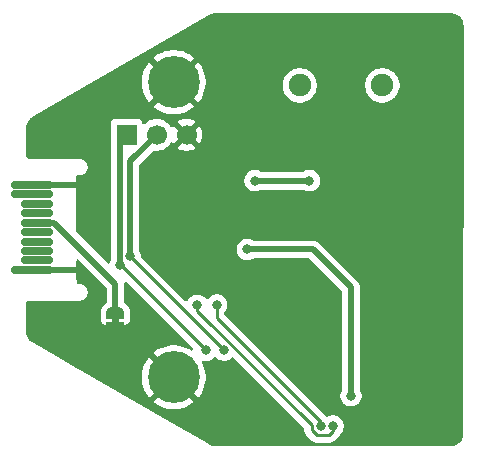
<source format=gbl>
G04 #@! TF.GenerationSoftware,KiCad,Pcbnew,9.0.3*
G04 #@! TF.CreationDate,2025-07-21T23:33:24+01:00*
G04 #@! TF.ProjectId,dectspansion,64656374-7370-4616-9e73-696f6e2e6b69,rev?*
G04 #@! TF.SameCoordinates,Original*
G04 #@! TF.FileFunction,Copper,L4,Bot*
G04 #@! TF.FilePolarity,Positive*
%FSLAX46Y46*%
G04 Gerber Fmt 4.6, Leading zero omitted, Abs format (unit mm)*
G04 Created by KiCad (PCBNEW 9.0.3) date 2025-07-21 23:33:24*
%MOMM*%
%LPD*%
G01*
G04 APERTURE LIST*
G04 Aperture macros list*
%AMRoundRect*
0 Rectangle with rounded corners*
0 $1 Rounding radius*
0 $2 $3 $4 $5 $6 $7 $8 $9 X,Y pos of 4 corners*
0 Add a 4 corners polygon primitive as box body*
4,1,4,$2,$3,$4,$5,$6,$7,$8,$9,$2,$3,0*
0 Add four circle primitives for the rounded corners*
1,1,$1+$1,$2,$3*
1,1,$1+$1,$4,$5*
1,1,$1+$1,$6,$7*
1,1,$1+$1,$8,$9*
0 Add four rect primitives between the rounded corners*
20,1,$1+$1,$2,$3,$4,$5,0*
20,1,$1+$1,$4,$5,$6,$7,0*
20,1,$1+$1,$6,$7,$8,$9,0*
20,1,$1+$1,$8,$9,$2,$3,0*%
%AMFreePoly0*
4,1,23,0.500000,-0.750000,0.000000,-0.750000,0.000000,-0.745722,-0.065263,-0.745722,-0.191342,-0.711940,-0.304381,-0.646677,-0.396677,-0.554381,-0.461940,-0.441342,-0.495722,-0.315263,-0.495722,-0.250000,-0.500000,-0.250000,-0.500000,0.250000,-0.495722,0.250000,-0.495722,0.315263,-0.461940,0.441342,-0.396677,0.554381,-0.304381,0.646677,-0.191342,0.711940,-0.065263,0.745722,0.000000,0.745722,
0.000000,0.750000,0.500000,0.750000,0.500000,-0.750000,0.500000,-0.750000,$1*%
%AMFreePoly1*
4,1,23,0.000000,0.745722,0.065263,0.745722,0.191342,0.711940,0.304381,0.646677,0.396677,0.554381,0.461940,0.441342,0.495722,0.315263,0.495722,0.250000,0.500000,0.250000,0.500000,-0.250000,0.495722,-0.250000,0.495722,-0.315263,0.461940,-0.441342,0.396677,-0.554381,0.304381,-0.646677,0.191342,-0.711940,0.065263,-0.745722,0.000000,-0.745722,0.000000,-0.750000,-0.500000,-0.750000,
-0.500000,0.750000,0.000000,0.750000,0.000000,0.745722,0.000000,0.745722,$1*%
G04 Aperture macros list end*
G04 #@! TA.AperFunction,EtchedComponent*
%ADD10C,0.000000*%
G04 #@! TD*
G04 #@! TA.AperFunction,WasherPad*
%ADD11C,1.900000*%
G04 #@! TD*
G04 #@! TA.AperFunction,SMDPad,CuDef*
%ADD12RoundRect,0.150000X-1.600000X-0.150000X1.600000X-0.150000X1.600000X0.150000X-1.600000X0.150000X0*%
G04 #@! TD*
G04 #@! TA.AperFunction,SMDPad,CuDef*
%ADD13RoundRect,0.150000X-1.200000X-0.150000X1.200000X-0.150000X1.200000X0.150000X-1.200000X0.150000X0*%
G04 #@! TD*
G04 #@! TA.AperFunction,ComponentPad*
%ADD14C,0.700000*%
G04 #@! TD*
G04 #@! TA.AperFunction,ComponentPad*
%ADD15C,4.400000*%
G04 #@! TD*
G04 #@! TA.AperFunction,ComponentPad*
%ADD16R,1.700000X1.700000*%
G04 #@! TD*
G04 #@! TA.AperFunction,ComponentPad*
%ADD17C,1.700000*%
G04 #@! TD*
G04 #@! TA.AperFunction,SMDPad,CuDef*
%ADD18FreePoly0,270.000000*%
G04 #@! TD*
G04 #@! TA.AperFunction,SMDPad,CuDef*
%ADD19FreePoly1,270.000000*%
G04 #@! TD*
G04 #@! TA.AperFunction,ViaPad*
%ADD20C,0.800000*%
G04 #@! TD*
G04 #@! TA.AperFunction,Conductor*
%ADD21C,0.250000*%
G04 #@! TD*
G04 #@! TA.AperFunction,Conductor*
%ADD22C,0.500000*%
G04 #@! TD*
G04 #@! TA.AperFunction,Conductor*
%ADD23C,0.300000*%
G04 #@! TD*
G04 APERTURE END LIST*
D10*
G04 #@! TA.AperFunction,EtchedComponent*
G36*
X107860000Y-107960000D02*
G01*
X107260000Y-107960000D01*
X107260000Y-107460000D01*
X107860000Y-107460000D01*
X107860000Y-107960000D01*
G37*
G04 #@! TD.AperFunction*
D11*
X130160000Y-87780000D03*
X123160000Y-87780000D03*
D12*
X100500000Y-103400000D03*
D13*
X100900000Y-102600000D03*
X100900000Y-101800000D03*
X100900000Y-101000000D03*
X100900000Y-100200000D03*
X100900000Y-99400000D03*
X100900000Y-98600000D03*
X100900000Y-97800000D03*
D12*
X100500000Y-97000000D03*
X100500000Y-96200000D03*
D14*
X110850000Y-87500000D03*
X111333274Y-86333274D03*
X111333274Y-88666726D03*
X112500000Y-85850000D03*
D15*
X112500000Y-87500000D03*
D14*
X112500000Y-89150000D03*
X113666726Y-86333274D03*
X113666726Y-88666726D03*
X114150000Y-87500000D03*
D16*
X108500000Y-91960000D03*
D17*
X111040000Y-91960000D03*
X113580000Y-91960000D03*
D14*
X110850000Y-112500000D03*
X111333274Y-111333274D03*
X111333274Y-113666726D03*
X112500000Y-110850000D03*
D15*
X112500000Y-112500000D03*
D14*
X112500000Y-114150000D03*
X113666726Y-111333274D03*
X113666726Y-113666726D03*
X114150000Y-112500000D03*
D18*
X107560000Y-107060000D03*
D19*
X107560000Y-108360000D03*
D20*
X118730000Y-101675000D03*
X127500000Y-114060000D03*
X116970000Y-112320000D03*
X118740000Y-103070000D03*
X106520000Y-101080000D03*
X135640000Y-91930000D03*
X127440000Y-117000000D03*
X129000000Y-114090000D03*
X113200000Y-104790000D03*
X119340000Y-94390000D03*
X117610000Y-104900000D03*
X105950000Y-91930000D03*
X123980000Y-94410000D03*
X115880000Y-112330000D03*
X110130000Y-101070000D03*
X123060000Y-116970000D03*
X108785000Y-102255000D03*
X116735000Y-110205000D03*
X107970000Y-103000000D03*
X115200000Y-110210000D03*
X116140000Y-106360000D03*
X124990000Y-116650000D03*
X125988994Y-116605101D03*
X114490000Y-106390000D03*
X123990000Y-95850000D03*
X119360000Y-95850000D03*
D21*
X118735000Y-101670000D02*
X118730000Y-101675000D01*
D22*
X124280000Y-101670000D02*
X118735000Y-101670000D01*
X127500000Y-114060000D02*
X127500000Y-104890000D01*
X127500000Y-104890000D02*
X124280000Y-101670000D01*
X100500000Y-96200000D02*
X105450000Y-96200000D01*
X100500000Y-103400000D02*
X104260000Y-103400000D01*
D23*
X108785000Y-102255000D02*
X116735000Y-110205000D01*
D22*
X108785000Y-94215000D02*
X108785000Y-102255000D01*
X111040000Y-91960000D02*
X108785000Y-94215000D01*
X107934000Y-92526000D02*
X107934000Y-102964000D01*
D23*
X115200000Y-110210000D02*
X107990000Y-103000000D01*
D22*
X108500000Y-91960000D02*
X107934000Y-92526000D01*
X107934000Y-102964000D02*
X107970000Y-103000000D01*
X107560000Y-107060000D02*
X107560000Y-104570000D01*
X107560000Y-104570000D02*
X102390000Y-99400000D01*
D21*
X100950000Y-99450000D02*
X100900000Y-99400000D01*
D22*
X102390000Y-99400000D02*
X100900000Y-99400000D01*
D21*
X124990000Y-116320000D02*
X116140000Y-107470000D01*
X124990000Y-116650000D02*
X124990000Y-116320000D01*
X116140000Y-107470000D02*
X116140000Y-106360000D01*
X114490000Y-106390000D02*
X114490000Y-106870000D01*
X125650000Y-117410000D02*
X125988994Y-117071006D01*
X124180000Y-116950000D02*
X124640000Y-117410000D01*
X124180000Y-116560000D02*
X124180000Y-116950000D01*
X125988994Y-117071006D02*
X125988994Y-116605101D01*
X124640000Y-117410000D02*
X125650000Y-117410000D01*
X114490000Y-106870000D02*
X124180000Y-116560000D01*
D22*
X119360000Y-95850000D02*
X123990000Y-95850000D01*
G04 #@! TA.AperFunction,Conductor*
G36*
X126987228Y-81680273D02*
G01*
X135978140Y-81680499D01*
X136024596Y-81680500D01*
X136035391Y-81680971D01*
X136182239Y-81693818D01*
X136195275Y-81695662D01*
X136221903Y-81700891D01*
X136230009Y-81702771D01*
X136357362Y-81736895D01*
X136372454Y-81742000D01*
X136387124Y-81748040D01*
X136392232Y-81750281D01*
X136519922Y-81809824D01*
X136538628Y-81820624D01*
X136663572Y-81908110D01*
X136680130Y-81922003D01*
X136787989Y-82029861D01*
X136801882Y-82046419D01*
X136889365Y-82171355D01*
X136900173Y-82190074D01*
X136960408Y-82319248D01*
X136962551Y-82324114D01*
X136967623Y-82336333D01*
X136972872Y-82351777D01*
X137007233Y-82480009D01*
X137009068Y-82487870D01*
X137014197Y-82513608D01*
X137016116Y-82527034D01*
X137029056Y-82674927D01*
X137029528Y-82685807D01*
X137009491Y-117314635D01*
X137009019Y-117325372D01*
X136996102Y-117472994D01*
X136994191Y-117486379D01*
X136989110Y-117511920D01*
X136987267Y-117519821D01*
X136952893Y-117648099D01*
X136947679Y-117663459D01*
X136942501Y-117675959D01*
X136940323Y-117680910D01*
X136880155Y-117809933D01*
X136869350Y-117828648D01*
X136781861Y-117953589D01*
X136767967Y-117970147D01*
X136660108Y-118078000D01*
X136643550Y-118091893D01*
X136518603Y-118179377D01*
X136499882Y-118190184D01*
X136370852Y-118250345D01*
X136365902Y-118252523D01*
X136353410Y-118257697D01*
X136338048Y-118262911D01*
X136209766Y-118297278D01*
X136201868Y-118299120D01*
X136176338Y-118304198D01*
X136162952Y-118306108D01*
X136015226Y-118319028D01*
X136004422Y-118319500D01*
X116061499Y-118319500D01*
X116059806Y-118319003D01*
X116014130Y-118319459D01*
X116005877Y-118319266D01*
X115886660Y-118312511D01*
X115870252Y-118310478D01*
X115757073Y-118288707D01*
X115741082Y-118284508D01*
X115701764Y-118271327D01*
X115641767Y-118251213D01*
X115638864Y-118250200D01*
X115626717Y-118245787D01*
X115614354Y-118240521D01*
X115509308Y-118188882D01*
X115503141Y-118185632D01*
X115461239Y-118162022D01*
X115460997Y-118161773D01*
X115460121Y-118161385D01*
X111769390Y-116031062D01*
X104588503Y-111886189D01*
X104588504Y-111886186D01*
X104588491Y-111886183D01*
X104410462Y-111783398D01*
X102709213Y-110801181D01*
X100504941Y-109528543D01*
X100495820Y-109522733D01*
X100374691Y-109437922D01*
X100362842Y-109428497D01*
X100337922Y-109406060D01*
X100333213Y-109401591D01*
X100242003Y-109310385D01*
X100228110Y-109293829D01*
X100140612Y-109168878D01*
X100129804Y-109150159D01*
X100065342Y-109011932D01*
X100057948Y-108991622D01*
X100024554Y-108867013D01*
X100023040Y-108860705D01*
X100021272Y-108852393D01*
X100016063Y-108827892D01*
X100013829Y-108812952D01*
X100000971Y-108666064D01*
X100000500Y-108655253D01*
X100000500Y-106259760D01*
X100002026Y-106240364D01*
X100004914Y-106222127D01*
X100009639Y-106192293D01*
X100021624Y-106155406D01*
X100039237Y-106120839D01*
X100062033Y-106089464D01*
X100089464Y-106062033D01*
X100120839Y-106039237D01*
X100155406Y-106021624D01*
X100192293Y-106009639D01*
X100240365Y-106002025D01*
X100259760Y-106000500D01*
X104568995Y-106000500D01*
X104660041Y-105982389D01*
X104704328Y-105973580D01*
X104728376Y-105963618D01*
X104731927Y-105962809D01*
X104741726Y-105958089D01*
X104831811Y-105920775D01*
X104864331Y-105899045D01*
X104873601Y-105894582D01*
X104886978Y-105883913D01*
X104946542Y-105844114D01*
X104984570Y-105806085D01*
X104996541Y-105796541D01*
X105006088Y-105784567D01*
X105044114Y-105746542D01*
X105083913Y-105686978D01*
X105094582Y-105673601D01*
X105099045Y-105664331D01*
X105120775Y-105631811D01*
X105158089Y-105541726D01*
X105162809Y-105531927D01*
X105163618Y-105528376D01*
X105173580Y-105504328D01*
X105200500Y-105368993D01*
X105200500Y-105300000D01*
X105200500Y-105299500D01*
X105200500Y-105231007D01*
X105200500Y-105231004D01*
X105173581Y-105095678D01*
X105173580Y-105095674D01*
X105173580Y-105095672D01*
X105163619Y-105071624D01*
X105162809Y-105068073D01*
X105158084Y-105058263D01*
X105120775Y-104968189D01*
X105120775Y-104968188D01*
X105103887Y-104942915D01*
X105103887Y-104942914D01*
X105099046Y-104935670D01*
X105094582Y-104926399D01*
X105083908Y-104913014D01*
X105044114Y-104853458D01*
X105044112Y-104853455D01*
X105044110Y-104853453D01*
X105011021Y-104820365D01*
X105006093Y-104815437D01*
X104996541Y-104803459D01*
X104984562Y-104793906D01*
X104979634Y-104788978D01*
X104946545Y-104755888D01*
X104946544Y-104755887D01*
X104926334Y-104742383D01*
X104886982Y-104716089D01*
X104873601Y-104705418D01*
X104864332Y-104700954D01*
X104857093Y-104696117D01*
X104857087Y-104696114D01*
X104831814Y-104679227D01*
X104831813Y-104679226D01*
X104831811Y-104679225D01*
X104831808Y-104679223D01*
X104831803Y-104679221D01*
X104744957Y-104643249D01*
X104744952Y-104643247D01*
X104741733Y-104641913D01*
X104731927Y-104637191D01*
X104728380Y-104636381D01*
X104718736Y-104632386D01*
X104718727Y-104632384D01*
X104714873Y-104630788D01*
X104704328Y-104626420D01*
X104704324Y-104626419D01*
X104568995Y-104599500D01*
X104568993Y-104599500D01*
X104500207Y-104599500D01*
X104389801Y-104599500D01*
X104322762Y-104579815D01*
X104277007Y-104527011D01*
X104265804Y-104476362D01*
X104261801Y-103900500D01*
X104252930Y-102624516D01*
X104272148Y-102557344D01*
X104324633Y-102511223D01*
X104393720Y-102500799D01*
X104457476Y-102529382D01*
X104464608Y-102535976D01*
X106773181Y-104844548D01*
X106806666Y-104905871D01*
X106809500Y-104932229D01*
X106809500Y-106116321D01*
X106789815Y-106183360D01*
X106752811Y-106218647D01*
X106753625Y-106219865D01*
X106750239Y-106222127D01*
X106645555Y-106302455D01*
X106645545Y-106302464D01*
X106552464Y-106395545D01*
X106552455Y-106395555D01*
X106472132Y-106500232D01*
X106472120Y-106500250D01*
X106406303Y-106614248D01*
X106406302Y-106614249D01*
X106355800Y-106736170D01*
X106321724Y-106863341D01*
X106304500Y-106994166D01*
X106304500Y-107560002D01*
X106309644Y-107631940D01*
X106350182Y-107769994D01*
X106427967Y-107891030D01*
X106427971Y-107891034D01*
X106536700Y-107985249D01*
X106536706Y-107985254D01*
X106577174Y-108003735D01*
X106667580Y-108045023D01*
X106667583Y-108045023D01*
X106667584Y-108045024D01*
X106810000Y-108065500D01*
X106810003Y-108065500D01*
X108310000Y-108065500D01*
X108381940Y-108060355D01*
X108519992Y-108019819D01*
X108641032Y-107942031D01*
X108735254Y-107833294D01*
X108795024Y-107702416D01*
X108815500Y-107560000D01*
X108815500Y-106994174D01*
X108798275Y-106863338D01*
X108764200Y-106736171D01*
X108713701Y-106614257D01*
X108713698Y-106614252D01*
X108713697Y-106614249D01*
X108713696Y-106614248D01*
X108647879Y-106500250D01*
X108647875Y-106500243D01*
X108608320Y-106448695D01*
X108567544Y-106395555D01*
X108567541Y-106395551D01*
X108474449Y-106302459D01*
X108433848Y-106271304D01*
X108369760Y-106222127D01*
X108366375Y-106219865D01*
X108367386Y-106218350D01*
X108324277Y-106173127D01*
X108310500Y-106116321D01*
X108310500Y-104539808D01*
X108330185Y-104472769D01*
X108382989Y-104427014D01*
X108452147Y-104417070D01*
X108515703Y-104446095D01*
X108522181Y-104452127D01*
X114093057Y-110023003D01*
X114126542Y-110084326D01*
X114121558Y-110154018D01*
X114079686Y-110209951D01*
X114014222Y-110234368D01*
X113945949Y-110219516D01*
X113939404Y-110215678D01*
X113808096Y-110133172D01*
X113534880Y-110001598D01*
X113534866Y-110001592D01*
X113248645Y-109901438D01*
X113248633Y-109901434D01*
X112952982Y-109833954D01*
X112952966Y-109833952D01*
X112651633Y-109800000D01*
X112348366Y-109800000D01*
X112047033Y-109833952D01*
X112047017Y-109833954D01*
X111751366Y-109901434D01*
X111751354Y-109901438D01*
X111465133Y-110001592D01*
X111465119Y-110001598D01*
X111191903Y-110133172D01*
X110935127Y-110294515D01*
X110775425Y-110421871D01*
X111917263Y-111563709D01*
X111783398Y-111660967D01*
X111660967Y-111783398D01*
X111563709Y-111917263D01*
X110939938Y-111293492D01*
X111133274Y-111293492D01*
X111133274Y-111373056D01*
X111163722Y-111446565D01*
X111219983Y-111502826D01*
X111293492Y-111533274D01*
X111373056Y-111533274D01*
X111446565Y-111502826D01*
X111502826Y-111446565D01*
X111533274Y-111373056D01*
X111533274Y-111293492D01*
X111502826Y-111219983D01*
X111446565Y-111163722D01*
X111373056Y-111133274D01*
X111293492Y-111133274D01*
X111219983Y-111163722D01*
X111163722Y-111219983D01*
X111133274Y-111293492D01*
X110939938Y-111293492D01*
X110421871Y-110775425D01*
X110294515Y-110935127D01*
X110133172Y-111191903D01*
X110001598Y-111465119D01*
X110001592Y-111465133D01*
X109901438Y-111751354D01*
X109901434Y-111751366D01*
X109833954Y-112047017D01*
X109833952Y-112047033D01*
X109800000Y-112348366D01*
X109800000Y-112651633D01*
X109833952Y-112952966D01*
X109833954Y-112952982D01*
X109901434Y-113248633D01*
X109901438Y-113248645D01*
X110001592Y-113534866D01*
X110001598Y-113534880D01*
X110133172Y-113808096D01*
X110294515Y-114064872D01*
X110421871Y-114224573D01*
X111019500Y-113626944D01*
X111133274Y-113626944D01*
X111133274Y-113706508D01*
X111163722Y-113780017D01*
X111219983Y-113836278D01*
X111293492Y-113866726D01*
X111373056Y-113866726D01*
X111446565Y-113836278D01*
X111502826Y-113780017D01*
X111533274Y-113706508D01*
X111533274Y-113626944D01*
X111502826Y-113553435D01*
X111446565Y-113497174D01*
X111373056Y-113466726D01*
X111293492Y-113466726D01*
X111219983Y-113497174D01*
X111163722Y-113553435D01*
X111133274Y-113626944D01*
X111019500Y-113626944D01*
X111563708Y-113082736D01*
X111660967Y-113216602D01*
X111783398Y-113339033D01*
X111917262Y-113436290D01*
X110775425Y-114578127D01*
X110935127Y-114705484D01*
X111191903Y-114866827D01*
X111465119Y-114998401D01*
X111465133Y-114998407D01*
X111751354Y-115098561D01*
X111751366Y-115098565D01*
X112047017Y-115166045D01*
X112047033Y-115166047D01*
X112348366Y-115199999D01*
X112348368Y-115200000D01*
X112651632Y-115200000D01*
X112651633Y-115199999D01*
X112952966Y-115166047D01*
X112952982Y-115166045D01*
X113248633Y-115098565D01*
X113248645Y-115098561D01*
X113534866Y-114998407D01*
X113534880Y-114998401D01*
X113808096Y-114866827D01*
X114064872Y-114705484D01*
X114224573Y-114578126D01*
X113273391Y-113626944D01*
X113466726Y-113626944D01*
X113466726Y-113706508D01*
X113497174Y-113780017D01*
X113553435Y-113836278D01*
X113626944Y-113866726D01*
X113706508Y-113866726D01*
X113780017Y-113836278D01*
X113836278Y-113780017D01*
X113866726Y-113706508D01*
X113866726Y-113626944D01*
X113836278Y-113553435D01*
X113780017Y-113497174D01*
X113706508Y-113466726D01*
X113626944Y-113466726D01*
X113553435Y-113497174D01*
X113497174Y-113553435D01*
X113466726Y-113626944D01*
X113273391Y-113626944D01*
X113082737Y-113436290D01*
X113216602Y-113339033D01*
X113339033Y-113216602D01*
X113436290Y-113082737D01*
X114578126Y-114224573D01*
X114705484Y-114064872D01*
X114866827Y-113808096D01*
X114998401Y-113534880D01*
X114998407Y-113534866D01*
X115098561Y-113248645D01*
X115098565Y-113248633D01*
X115166045Y-112952982D01*
X115166047Y-112952966D01*
X115199999Y-112651633D01*
X115200000Y-112651631D01*
X115200000Y-112348368D01*
X115199999Y-112348366D01*
X115166047Y-112047033D01*
X115166045Y-112047017D01*
X115098565Y-111751366D01*
X115098561Y-111751354D01*
X114998407Y-111465133D01*
X114998401Y-111465119D01*
X114905397Y-111271995D01*
X114894045Y-111203054D01*
X114921767Y-111138919D01*
X114979762Y-111099953D01*
X115041309Y-111096576D01*
X115111306Y-111110500D01*
X115111309Y-111110500D01*
X115288693Y-111110500D01*
X115288694Y-111110499D01*
X115358691Y-111096576D01*
X115462658Y-111075896D01*
X115462661Y-111075894D01*
X115462666Y-111075894D01*
X115626547Y-111008013D01*
X115774035Y-110909464D01*
X115793717Y-110889782D01*
X115882319Y-110801181D01*
X115943642Y-110767696D01*
X116013334Y-110772680D01*
X116057681Y-110801181D01*
X116160961Y-110904461D01*
X116160965Y-110904464D01*
X116308446Y-111003009D01*
X116308459Y-111003016D01*
X116421891Y-111050000D01*
X116472334Y-111070894D01*
X116472336Y-111070894D01*
X116472341Y-111070896D01*
X116646304Y-111105499D01*
X116646307Y-111105500D01*
X116646309Y-111105500D01*
X116823693Y-111105500D01*
X116823694Y-111105499D01*
X116881682Y-111093964D01*
X116997658Y-111070896D01*
X116997661Y-111070894D01*
X116997666Y-111070894D01*
X117149476Y-111008013D01*
X117161540Y-111003016D01*
X117161540Y-111003015D01*
X117161547Y-111003013D01*
X117309035Y-110904464D01*
X117386774Y-110826724D01*
X117448095Y-110793241D01*
X117517787Y-110798225D01*
X117562135Y-110826726D01*
X123518181Y-116782771D01*
X123551666Y-116844094D01*
X123554500Y-116870452D01*
X123554500Y-117011610D01*
X123578333Y-117131433D01*
X123578335Y-117131437D01*
X123578537Y-117132452D01*
X123578604Y-117132613D01*
X123625688Y-117246286D01*
X123659915Y-117297509D01*
X123664297Y-117304067D01*
X123664300Y-117304073D01*
X123694141Y-117348733D01*
X123785586Y-117440178D01*
X123785608Y-117440198D01*
X124151016Y-117805606D01*
X124151045Y-117805637D01*
X124241263Y-117895855D01*
X124241267Y-117895858D01*
X124343707Y-117964307D01*
X124343711Y-117964309D01*
X124343714Y-117964311D01*
X124457548Y-118011463D01*
X124517971Y-118023481D01*
X124578393Y-118035500D01*
X125711607Y-118035500D01*
X125772029Y-118023481D01*
X125832452Y-118011463D01*
X125865792Y-117997652D01*
X125946286Y-117964312D01*
X125997509Y-117930084D01*
X126048733Y-117895858D01*
X126135858Y-117808733D01*
X126135859Y-117808731D01*
X126142925Y-117801665D01*
X126142928Y-117801661D01*
X126387723Y-117556866D01*
X126387727Y-117556864D01*
X126474852Y-117469739D01*
X126543305Y-117367292D01*
X126543306Y-117367291D01*
X126564985Y-117314950D01*
X126565758Y-117313234D01*
X126569436Y-117308941D01*
X126591152Y-117276440D01*
X126688458Y-117179136D01*
X126787007Y-117031648D01*
X126854888Y-116867767D01*
X126889494Y-116693792D01*
X126889494Y-116516410D01*
X126889494Y-116516407D01*
X126889493Y-116516405D01*
X126854890Y-116342442D01*
X126854887Y-116342433D01*
X126787010Y-116178560D01*
X126787003Y-116178547D01*
X126688458Y-116031066D01*
X126688455Y-116031062D01*
X126563032Y-115905639D01*
X126563028Y-115905636D01*
X126415547Y-115807091D01*
X126415534Y-115807084D01*
X126251661Y-115739207D01*
X126251652Y-115739204D01*
X126077688Y-115704601D01*
X126077685Y-115704601D01*
X125900303Y-115704601D01*
X125900300Y-115704601D01*
X125726335Y-115739204D01*
X125726326Y-115739207D01*
X125562454Y-115807084D01*
X125562438Y-115807093D01*
X125526706Y-115830968D01*
X125460028Y-115851845D01*
X125392648Y-115833359D01*
X125370136Y-115815546D01*
X116801819Y-107247229D01*
X116787115Y-107220301D01*
X116770523Y-107194483D01*
X116769631Y-107188282D01*
X116768334Y-107185906D01*
X116765500Y-107159548D01*
X116765500Y-107059361D01*
X116785185Y-106992322D01*
X116801820Y-106971679D01*
X116839461Y-106934038D01*
X116839464Y-106934035D01*
X116938013Y-106786547D01*
X117005894Y-106622666D01*
X117007569Y-106614249D01*
X117040499Y-106448695D01*
X117040500Y-106448693D01*
X117040500Y-106271306D01*
X117040499Y-106271304D01*
X117005896Y-106097341D01*
X117005893Y-106097332D01*
X116938016Y-105933459D01*
X116938009Y-105933446D01*
X116839464Y-105785965D01*
X116839461Y-105785961D01*
X116714038Y-105660538D01*
X116714034Y-105660535D01*
X116566553Y-105561990D01*
X116566540Y-105561983D01*
X116402667Y-105494106D01*
X116402658Y-105494103D01*
X116228694Y-105459500D01*
X116228691Y-105459500D01*
X116051309Y-105459500D01*
X116051306Y-105459500D01*
X115877341Y-105494103D01*
X115877332Y-105494106D01*
X115713459Y-105561983D01*
X115713446Y-105561990D01*
X115565965Y-105660535D01*
X115565961Y-105660538D01*
X115440538Y-105785961D01*
X115440535Y-105785965D01*
X115408079Y-105834539D01*
X115354466Y-105879344D01*
X115285141Y-105888051D01*
X115222114Y-105857896D01*
X115201875Y-105834538D01*
X115189467Y-105815969D01*
X115189461Y-105815961D01*
X115064038Y-105690538D01*
X115064034Y-105690535D01*
X114916553Y-105591990D01*
X114916540Y-105591983D01*
X114752667Y-105524106D01*
X114752658Y-105524103D01*
X114578694Y-105489500D01*
X114578691Y-105489500D01*
X114401309Y-105489500D01*
X114401306Y-105489500D01*
X114227341Y-105524103D01*
X114227332Y-105524106D01*
X114063459Y-105591983D01*
X114063446Y-105591990D01*
X113915965Y-105690535D01*
X113915961Y-105690538D01*
X113790538Y-105815961D01*
X113790535Y-105815965D01*
X113691990Y-105963446D01*
X113691985Y-105963456D01*
X113681408Y-105988992D01*
X113637566Y-106043396D01*
X113571272Y-106065460D01*
X113503573Y-106048180D01*
X113479166Y-106029220D01*
X109721819Y-102271873D01*
X109688334Y-102210550D01*
X109685500Y-102184192D01*
X109685500Y-102166306D01*
X109685499Y-102166304D01*
X109650896Y-101992341D01*
X109650893Y-101992332D01*
X109628250Y-101937666D01*
X109583013Y-101828453D01*
X109583011Y-101828451D01*
X109583011Y-101828449D01*
X109556398Y-101788620D01*
X109550747Y-101770573D01*
X109540523Y-101754664D01*
X109536071Y-101723702D01*
X109535520Y-101721942D01*
X109535500Y-101719729D01*
X109535500Y-101586304D01*
X117829500Y-101586304D01*
X117829500Y-101763695D01*
X117864103Y-101937658D01*
X117864106Y-101937667D01*
X117931983Y-102101540D01*
X117931990Y-102101553D01*
X118030535Y-102249034D01*
X118030538Y-102249038D01*
X118155961Y-102374461D01*
X118155965Y-102374464D01*
X118303446Y-102473009D01*
X118303459Y-102473016D01*
X118395701Y-102511223D01*
X118467334Y-102540894D01*
X118467336Y-102540894D01*
X118467341Y-102540896D01*
X118641304Y-102575499D01*
X118641307Y-102575500D01*
X118641309Y-102575500D01*
X118818693Y-102575500D01*
X118818694Y-102575499D01*
X118909967Y-102557344D01*
X118992658Y-102540896D01*
X118992661Y-102540894D01*
X118992666Y-102540894D01*
X119156547Y-102473013D01*
X119203862Y-102441397D01*
X119270538Y-102420520D01*
X119272753Y-102420500D01*
X123917770Y-102420500D01*
X123984809Y-102440185D01*
X124005451Y-102456819D01*
X126713181Y-105164548D01*
X126746666Y-105225871D01*
X126749500Y-105252229D01*
X126749500Y-113524729D01*
X126729815Y-113591768D01*
X126728602Y-113593620D01*
X126701988Y-113633449D01*
X126701987Y-113633452D01*
X126634106Y-113797332D01*
X126634103Y-113797341D01*
X126599500Y-113971304D01*
X126599500Y-114148695D01*
X126634103Y-114322658D01*
X126634106Y-114322667D01*
X126701983Y-114486540D01*
X126701990Y-114486553D01*
X126800535Y-114634034D01*
X126800538Y-114634038D01*
X126925961Y-114759461D01*
X126925965Y-114759464D01*
X127073446Y-114858009D01*
X127073459Y-114858016D01*
X127196363Y-114908923D01*
X127237334Y-114925894D01*
X127237336Y-114925894D01*
X127237341Y-114925896D01*
X127411304Y-114960499D01*
X127411307Y-114960500D01*
X127411309Y-114960500D01*
X127588693Y-114960500D01*
X127588694Y-114960499D01*
X127646682Y-114948964D01*
X127762658Y-114925896D01*
X127762661Y-114925894D01*
X127762666Y-114925894D01*
X127926547Y-114858013D01*
X128074035Y-114759464D01*
X128199464Y-114634035D01*
X128298013Y-114486547D01*
X128365894Y-114322666D01*
X128366514Y-114319552D01*
X128400499Y-114148695D01*
X128400500Y-114148693D01*
X128400500Y-113971306D01*
X128400499Y-113971304D01*
X128365896Y-113797341D01*
X128365893Y-113797332D01*
X128328273Y-113706508D01*
X128298013Y-113633453D01*
X128298011Y-113633451D01*
X128298011Y-113633449D01*
X128271398Y-113593620D01*
X128250520Y-113526942D01*
X128250500Y-113524729D01*
X128250500Y-104816080D01*
X128242425Y-104775489D01*
X128231067Y-104718387D01*
X128221659Y-104671088D01*
X128166100Y-104536959D01*
X128165411Y-104534995D01*
X128160076Y-104527011D01*
X128110205Y-104452373D01*
X128082952Y-104411585D01*
X127571867Y-103900500D01*
X124758421Y-101087052D01*
X124758414Y-101087046D01*
X124684729Y-101037812D01*
X124684729Y-101037813D01*
X124635491Y-101004913D01*
X124498917Y-100948343D01*
X124498907Y-100948340D01*
X124353920Y-100919500D01*
X124353918Y-100919500D01*
X119257787Y-100919500D01*
X119190748Y-100899815D01*
X119188895Y-100898601D01*
X119156551Y-100876989D01*
X119156547Y-100876987D01*
X118992667Y-100809106D01*
X118992658Y-100809103D01*
X118818694Y-100774500D01*
X118818691Y-100774500D01*
X118641309Y-100774500D01*
X118641306Y-100774500D01*
X118467341Y-100809103D01*
X118467332Y-100809106D01*
X118303459Y-100876983D01*
X118303446Y-100876990D01*
X118155965Y-100975535D01*
X118155961Y-100975538D01*
X118030538Y-101100961D01*
X118030535Y-101100965D01*
X117931990Y-101248446D01*
X117931983Y-101248459D01*
X117864106Y-101412332D01*
X117864103Y-101412341D01*
X117829500Y-101586304D01*
X109535500Y-101586304D01*
X109535500Y-95761304D01*
X118459500Y-95761304D01*
X118459500Y-95938695D01*
X118494103Y-96112658D01*
X118494106Y-96112667D01*
X118561983Y-96276540D01*
X118561990Y-96276553D01*
X118660535Y-96424034D01*
X118660538Y-96424038D01*
X118785961Y-96549461D01*
X118785965Y-96549464D01*
X118933446Y-96648009D01*
X118933459Y-96648016D01*
X119056363Y-96698923D01*
X119097334Y-96715894D01*
X119097336Y-96715894D01*
X119097341Y-96715896D01*
X119271304Y-96750499D01*
X119271307Y-96750500D01*
X119271309Y-96750500D01*
X119448693Y-96750500D01*
X119448694Y-96750499D01*
X119506682Y-96738964D01*
X119622658Y-96715896D01*
X119622661Y-96715894D01*
X119622666Y-96715894D01*
X119786547Y-96648013D01*
X119786550Y-96648010D01*
X119786552Y-96648010D01*
X119826378Y-96621399D01*
X119893055Y-96600520D01*
X119895270Y-96600500D01*
X123454730Y-96600500D01*
X123521769Y-96620185D01*
X123523622Y-96621399D01*
X123563447Y-96648010D01*
X123563450Y-96648011D01*
X123563453Y-96648013D01*
X123727334Y-96715894D01*
X123727336Y-96715894D01*
X123727341Y-96715896D01*
X123901304Y-96750499D01*
X123901307Y-96750500D01*
X123901309Y-96750500D01*
X124078693Y-96750500D01*
X124078694Y-96750499D01*
X124136682Y-96738964D01*
X124252658Y-96715896D01*
X124252661Y-96715894D01*
X124252666Y-96715894D01*
X124416547Y-96648013D01*
X124564035Y-96549464D01*
X124689464Y-96424035D01*
X124788013Y-96276547D01*
X124855894Y-96112666D01*
X124890500Y-95938691D01*
X124890500Y-95761309D01*
X124890500Y-95761306D01*
X124890499Y-95761304D01*
X124855896Y-95587341D01*
X124855893Y-95587332D01*
X124788016Y-95423459D01*
X124788009Y-95423446D01*
X124689464Y-95275965D01*
X124689461Y-95275961D01*
X124564038Y-95150538D01*
X124564034Y-95150535D01*
X124416553Y-95051990D01*
X124416540Y-95051983D01*
X124252667Y-94984106D01*
X124252658Y-94984103D01*
X124078694Y-94949500D01*
X124078691Y-94949500D01*
X123901309Y-94949500D01*
X123901306Y-94949500D01*
X123727341Y-94984103D01*
X123727332Y-94984106D01*
X123563452Y-95051987D01*
X123563447Y-95051989D01*
X123523622Y-95078601D01*
X123456945Y-95099480D01*
X123454730Y-95099500D01*
X119895270Y-95099500D01*
X119828231Y-95079815D01*
X119826378Y-95078601D01*
X119786552Y-95051989D01*
X119786547Y-95051987D01*
X119622667Y-94984106D01*
X119622658Y-94984103D01*
X119448694Y-94949500D01*
X119448691Y-94949500D01*
X119271309Y-94949500D01*
X119271306Y-94949500D01*
X119097341Y-94984103D01*
X119097332Y-94984106D01*
X118933459Y-95051983D01*
X118933446Y-95051990D01*
X118785965Y-95150535D01*
X118785961Y-95150538D01*
X118660538Y-95275961D01*
X118660535Y-95275965D01*
X118561990Y-95423446D01*
X118561983Y-95423459D01*
X118494106Y-95587332D01*
X118494103Y-95587341D01*
X118459500Y-95761304D01*
X109535500Y-95761304D01*
X109535500Y-94577228D01*
X109555185Y-94510189D01*
X109571814Y-94489551D01*
X110731193Y-93330172D01*
X110792514Y-93296689D01*
X110838265Y-93295382D01*
X110933713Y-93310500D01*
X110933715Y-93310500D01*
X111146286Y-93310500D01*
X111146287Y-93310500D01*
X111356243Y-93277246D01*
X111558412Y-93211557D01*
X111747816Y-93115051D01*
X111887136Y-93013830D01*
X111919786Y-92990109D01*
X111919788Y-92990106D01*
X111919792Y-92990104D01*
X112070104Y-92839792D01*
X112070106Y-92839788D01*
X112070109Y-92839786D01*
X112155890Y-92721717D01*
X112195051Y-92667816D01*
X112199793Y-92658508D01*
X112247763Y-92607711D01*
X112315583Y-92590911D01*
X112381719Y-92613445D01*
X112420763Y-92658500D01*
X112425373Y-92667547D01*
X112464728Y-92721716D01*
X113097037Y-92089408D01*
X113114075Y-92152993D01*
X113179901Y-92267007D01*
X113272993Y-92360099D01*
X113387007Y-92425925D01*
X113450590Y-92442962D01*
X112818282Y-93075269D01*
X112818282Y-93075270D01*
X112872449Y-93114624D01*
X113061782Y-93211095D01*
X113263870Y-93276757D01*
X113473754Y-93310000D01*
X113686246Y-93310000D01*
X113896127Y-93276757D01*
X113896130Y-93276757D01*
X114098217Y-93211095D01*
X114287554Y-93114622D01*
X114341716Y-93075270D01*
X114341717Y-93075270D01*
X113709408Y-92442962D01*
X113772993Y-92425925D01*
X113887007Y-92360099D01*
X113980099Y-92267007D01*
X114045925Y-92152993D01*
X114062962Y-92089408D01*
X114695270Y-92721717D01*
X114695270Y-92721716D01*
X114734622Y-92667554D01*
X114831095Y-92478217D01*
X114896757Y-92276130D01*
X114896757Y-92276127D01*
X114930000Y-92066246D01*
X114930000Y-91853753D01*
X114896757Y-91643872D01*
X114896757Y-91643869D01*
X114831095Y-91441782D01*
X114734624Y-91252449D01*
X114695270Y-91198282D01*
X114695269Y-91198282D01*
X114062962Y-91830590D01*
X114045925Y-91767007D01*
X113980099Y-91652993D01*
X113887007Y-91559901D01*
X113772993Y-91494075D01*
X113709409Y-91477037D01*
X114341716Y-90844728D01*
X114287550Y-90805375D01*
X114098217Y-90708904D01*
X113896129Y-90643242D01*
X113686246Y-90610000D01*
X113473754Y-90610000D01*
X113263872Y-90643242D01*
X113263869Y-90643242D01*
X113061782Y-90708904D01*
X112872439Y-90805380D01*
X112818282Y-90844727D01*
X112818282Y-90844728D01*
X113450591Y-91477037D01*
X113387007Y-91494075D01*
X113272993Y-91559901D01*
X113179901Y-91652993D01*
X113114075Y-91767007D01*
X113097037Y-91830591D01*
X112464728Y-91198282D01*
X112464727Y-91198282D01*
X112425380Y-91252440D01*
X112425376Y-91252446D01*
X112420760Y-91261505D01*
X112372781Y-91312297D01*
X112304959Y-91329087D01*
X112238826Y-91306543D01*
X112199794Y-91261493D01*
X112195051Y-91252184D01*
X112195049Y-91252181D01*
X112195048Y-91252179D01*
X112070109Y-91080213D01*
X111919786Y-90929890D01*
X111747820Y-90804951D01*
X111558414Y-90708444D01*
X111558413Y-90708443D01*
X111558412Y-90708443D01*
X111356243Y-90642754D01*
X111356241Y-90642753D01*
X111356240Y-90642753D01*
X111194957Y-90617208D01*
X111146287Y-90609500D01*
X110933713Y-90609500D01*
X110885042Y-90617208D01*
X110723760Y-90642753D01*
X110622672Y-90675598D01*
X110528501Y-90706197D01*
X110521585Y-90708444D01*
X110332179Y-90804951D01*
X110160215Y-90929889D01*
X110046673Y-91043431D01*
X109985350Y-91076915D01*
X109915658Y-91071931D01*
X109859725Y-91030059D01*
X109842810Y-90999082D01*
X109793797Y-90867671D01*
X109793793Y-90867664D01*
X109707547Y-90752455D01*
X109707544Y-90752452D01*
X109592335Y-90666206D01*
X109592328Y-90666202D01*
X109457482Y-90615908D01*
X109457483Y-90615908D01*
X109397883Y-90609501D01*
X109397881Y-90609500D01*
X109397873Y-90609500D01*
X109397864Y-90609500D01*
X107602129Y-90609500D01*
X107602123Y-90609501D01*
X107542516Y-90615908D01*
X107407671Y-90666202D01*
X107407664Y-90666206D01*
X107292455Y-90752452D01*
X107292452Y-90752455D01*
X107206206Y-90867664D01*
X107206202Y-90867671D01*
X107155908Y-91002517D01*
X107149501Y-91062116D01*
X107149500Y-91062135D01*
X107149500Y-92857870D01*
X107149501Y-92857876D01*
X107155908Y-92917481D01*
X107175682Y-92970496D01*
X107183500Y-93013830D01*
X107183500Y-102520993D01*
X107182536Y-102526380D01*
X107183212Y-102529436D01*
X107178082Y-102551303D01*
X107175822Y-102563948D01*
X107172713Y-102572365D01*
X107171987Y-102573453D01*
X107104106Y-102737334D01*
X107095128Y-102782467D01*
X107091740Y-102791643D01*
X107076494Y-102812147D01*
X107064650Y-102834791D01*
X107055993Y-102839720D01*
X107050051Y-102847713D01*
X107026139Y-102856720D01*
X107003934Y-102869365D01*
X106993987Y-102868831D01*
X106984667Y-102872343D01*
X106959682Y-102866992D01*
X106934165Y-102865625D01*
X106924318Y-102859420D01*
X106916346Y-102857713D01*
X106907219Y-102848645D01*
X106887737Y-102836369D01*
X104271932Y-100220564D01*
X104238447Y-100159241D01*
X104235616Y-100133745D01*
X104207664Y-96112666D01*
X104203582Y-95525362D01*
X104222800Y-95458187D01*
X104275285Y-95412066D01*
X104327579Y-95400500D01*
X104568995Y-95400500D01*
X104660041Y-95382389D01*
X104704328Y-95373580D01*
X104728376Y-95363618D01*
X104731927Y-95362809D01*
X104741726Y-95358089D01*
X104831811Y-95320775D01*
X104864331Y-95299045D01*
X104873601Y-95294582D01*
X104886978Y-95283913D01*
X104946542Y-95244114D01*
X104984570Y-95206085D01*
X104996541Y-95196541D01*
X105006088Y-95184567D01*
X105044114Y-95146542D01*
X105083913Y-95086978D01*
X105094582Y-95073601D01*
X105099045Y-95064331D01*
X105120775Y-95031811D01*
X105158089Y-94941726D01*
X105162809Y-94931927D01*
X105163618Y-94928376D01*
X105173580Y-94904328D01*
X105200500Y-94768993D01*
X105200500Y-94700000D01*
X105200500Y-94699500D01*
X105200500Y-94631007D01*
X105200500Y-94631004D01*
X105173581Y-94495678D01*
X105173580Y-94495674D01*
X105173580Y-94495672D01*
X105163619Y-94471624D01*
X105162809Y-94468073D01*
X105158084Y-94458263D01*
X105120775Y-94368189D01*
X105120775Y-94368188D01*
X105103887Y-94342915D01*
X105103887Y-94342914D01*
X105099046Y-94335670D01*
X105094582Y-94326399D01*
X105083908Y-94313014D01*
X105044114Y-94253458D01*
X105044112Y-94253455D01*
X105044110Y-94253453D01*
X105011021Y-94220365D01*
X105006093Y-94215437D01*
X104996541Y-94203459D01*
X104984562Y-94193906D01*
X104979634Y-94188978D01*
X104946545Y-94155888D01*
X104946544Y-94155887D01*
X104926334Y-94142383D01*
X104886982Y-94116089D01*
X104873601Y-94105418D01*
X104864332Y-94100954D01*
X104857093Y-94096117D01*
X104857087Y-94096114D01*
X104831814Y-94079227D01*
X104831813Y-94079226D01*
X104831811Y-94079225D01*
X104831808Y-94079223D01*
X104831803Y-94079221D01*
X104744957Y-94043249D01*
X104744952Y-94043247D01*
X104741733Y-94041913D01*
X104731927Y-94037191D01*
X104728380Y-94036381D01*
X104718736Y-94032386D01*
X104718727Y-94032384D01*
X104714873Y-94030788D01*
X104704328Y-94026420D01*
X104704324Y-94026419D01*
X104568995Y-93999500D01*
X104568993Y-93999500D01*
X104500207Y-93999500D01*
X100259757Y-93999500D01*
X100240359Y-93997973D01*
X100192299Y-93990361D01*
X100155401Y-93978372D01*
X100120844Y-93960764D01*
X100089459Y-93937961D01*
X100062037Y-93910539D01*
X100039233Y-93879152D01*
X100021627Y-93844598D01*
X100009638Y-93807700D01*
X100006783Y-93789675D01*
X100002026Y-93759635D01*
X100000500Y-93740239D01*
X100000500Y-91345171D01*
X100000972Y-91334358D01*
X100003407Y-91306543D01*
X100013866Y-91187058D01*
X100016105Y-91172090D01*
X100023078Y-91139290D01*
X100024582Y-91133022D01*
X100057985Y-91008382D01*
X100065374Y-90988083D01*
X100129844Y-90849841D01*
X100140644Y-90831137D01*
X100228137Y-90706194D01*
X100242028Y-90689640D01*
X100333269Y-90598404D01*
X100337922Y-90593990D01*
X100362891Y-90571508D01*
X100374702Y-90562114D01*
X100496256Y-90477005D01*
X100505347Y-90471214D01*
X105914277Y-87348366D01*
X109800000Y-87348366D01*
X109800000Y-87651633D01*
X109833952Y-87952966D01*
X109833954Y-87952982D01*
X109901434Y-88248633D01*
X109901438Y-88248645D01*
X110001592Y-88534866D01*
X110001598Y-88534880D01*
X110133172Y-88808096D01*
X110294515Y-89064872D01*
X110421871Y-89224573D01*
X111019500Y-88626944D01*
X111133274Y-88626944D01*
X111133274Y-88706508D01*
X111163722Y-88780017D01*
X111219983Y-88836278D01*
X111293492Y-88866726D01*
X111373056Y-88866726D01*
X111446565Y-88836278D01*
X111502826Y-88780017D01*
X111533274Y-88706508D01*
X111533274Y-88626944D01*
X111502826Y-88553435D01*
X111446565Y-88497174D01*
X111373056Y-88466726D01*
X111293492Y-88466726D01*
X111219983Y-88497174D01*
X111163722Y-88553435D01*
X111133274Y-88626944D01*
X111019500Y-88626944D01*
X111563708Y-88082736D01*
X111660967Y-88216602D01*
X111783398Y-88339033D01*
X111917262Y-88436290D01*
X110775425Y-89578127D01*
X110935127Y-89705484D01*
X111191903Y-89866827D01*
X111465119Y-89998401D01*
X111465133Y-89998407D01*
X111751354Y-90098561D01*
X111751366Y-90098565D01*
X112047017Y-90166045D01*
X112047033Y-90166047D01*
X112348366Y-90199999D01*
X112348368Y-90200000D01*
X112651632Y-90200000D01*
X112651633Y-90199999D01*
X112952966Y-90166047D01*
X112952982Y-90166045D01*
X113248633Y-90098565D01*
X113248645Y-90098561D01*
X113534866Y-89998407D01*
X113534880Y-89998401D01*
X113808096Y-89866827D01*
X114064872Y-89705484D01*
X114224573Y-89578126D01*
X113273391Y-88626944D01*
X113466726Y-88626944D01*
X113466726Y-88706508D01*
X113497174Y-88780017D01*
X113553435Y-88836278D01*
X113626944Y-88866726D01*
X113706508Y-88866726D01*
X113780017Y-88836278D01*
X113836278Y-88780017D01*
X113866726Y-88706508D01*
X113866726Y-88626944D01*
X113836278Y-88553435D01*
X113780017Y-88497174D01*
X113706508Y-88466726D01*
X113626944Y-88466726D01*
X113553435Y-88497174D01*
X113497174Y-88553435D01*
X113466726Y-88626944D01*
X113273391Y-88626944D01*
X113082737Y-88436290D01*
X113216602Y-88339033D01*
X113339033Y-88216602D01*
X113436290Y-88082737D01*
X114578126Y-89224573D01*
X114705484Y-89064872D01*
X114866827Y-88808096D01*
X114998401Y-88534880D01*
X114998407Y-88534866D01*
X115098561Y-88248645D01*
X115098565Y-88248633D01*
X115166045Y-87952982D01*
X115166047Y-87952966D01*
X115198399Y-87665837D01*
X121709500Y-87665837D01*
X121709500Y-87894162D01*
X121745215Y-88119660D01*
X121815770Y-88336803D01*
X121868762Y-88440804D01*
X121919421Y-88540228D01*
X122053621Y-88724937D01*
X122215063Y-88886379D01*
X122399772Y-89020579D01*
X122486702Y-89064872D01*
X122603196Y-89124229D01*
X122603198Y-89124229D01*
X122603201Y-89124231D01*
X122719592Y-89162049D01*
X122820339Y-89194784D01*
X123045838Y-89230500D01*
X123045843Y-89230500D01*
X123274162Y-89230500D01*
X123499660Y-89194784D01*
X123716799Y-89124231D01*
X123920228Y-89020579D01*
X124104937Y-88886379D01*
X124266379Y-88724937D01*
X124400579Y-88540228D01*
X124504231Y-88336799D01*
X124574784Y-88119660D01*
X124581616Y-88076525D01*
X124610500Y-87894162D01*
X124610500Y-87665837D01*
X128709500Y-87665837D01*
X128709500Y-87894162D01*
X128745215Y-88119660D01*
X128815770Y-88336803D01*
X128868762Y-88440804D01*
X128919421Y-88540228D01*
X129053621Y-88724937D01*
X129215063Y-88886379D01*
X129399772Y-89020579D01*
X129486702Y-89064872D01*
X129603196Y-89124229D01*
X129603198Y-89124229D01*
X129603201Y-89124231D01*
X129719592Y-89162049D01*
X129820339Y-89194784D01*
X130045838Y-89230500D01*
X130045843Y-89230500D01*
X130274162Y-89230500D01*
X130499660Y-89194784D01*
X130716799Y-89124231D01*
X130920228Y-89020579D01*
X131104937Y-88886379D01*
X131266379Y-88724937D01*
X131400579Y-88540228D01*
X131504231Y-88336799D01*
X131574784Y-88119660D01*
X131581616Y-88076525D01*
X131610500Y-87894162D01*
X131610500Y-87665837D01*
X131574784Y-87440339D01*
X131539078Y-87330448D01*
X131504231Y-87223201D01*
X131504229Y-87223198D01*
X131504229Y-87223196D01*
X131449550Y-87115884D01*
X131400579Y-87019772D01*
X131266379Y-86835063D01*
X131104937Y-86673621D01*
X130920228Y-86539421D01*
X130908164Y-86533274D01*
X130716803Y-86435770D01*
X130499660Y-86365215D01*
X130274162Y-86329500D01*
X130274157Y-86329500D01*
X130045843Y-86329500D01*
X130045838Y-86329500D01*
X129820339Y-86365215D01*
X129603196Y-86435770D01*
X129399771Y-86539421D01*
X129215061Y-86673622D01*
X129053622Y-86835061D01*
X128919421Y-87019771D01*
X128815770Y-87223196D01*
X128745215Y-87440339D01*
X128709500Y-87665837D01*
X124610500Y-87665837D01*
X124574784Y-87440339D01*
X124539078Y-87330448D01*
X124504231Y-87223201D01*
X124504229Y-87223198D01*
X124504229Y-87223196D01*
X124449550Y-87115884D01*
X124400579Y-87019772D01*
X124266379Y-86835063D01*
X124104937Y-86673621D01*
X123920228Y-86539421D01*
X123908164Y-86533274D01*
X123716803Y-86435770D01*
X123499660Y-86365215D01*
X123274162Y-86329500D01*
X123274157Y-86329500D01*
X123045843Y-86329500D01*
X123045838Y-86329500D01*
X122820339Y-86365215D01*
X122603196Y-86435770D01*
X122399771Y-86539421D01*
X122215061Y-86673622D01*
X122053622Y-86835061D01*
X121919421Y-87019771D01*
X121815770Y-87223196D01*
X121745215Y-87440339D01*
X121709500Y-87665837D01*
X115198399Y-87665837D01*
X115200000Y-87651632D01*
X115200000Y-87348368D01*
X115199999Y-87348366D01*
X115166047Y-87047033D01*
X115166045Y-87047017D01*
X115098565Y-86751366D01*
X115098561Y-86751354D01*
X114998407Y-86465133D01*
X114998401Y-86465119D01*
X114866827Y-86191903D01*
X114705484Y-85935127D01*
X114578127Y-85775425D01*
X113436290Y-86917262D01*
X113339033Y-86783398D01*
X113216602Y-86660967D01*
X113082736Y-86563709D01*
X113352953Y-86293492D01*
X113466726Y-86293492D01*
X113466726Y-86373056D01*
X113497174Y-86446565D01*
X113553435Y-86502826D01*
X113626944Y-86533274D01*
X113706508Y-86533274D01*
X113780017Y-86502826D01*
X113836278Y-86446565D01*
X113866726Y-86373056D01*
X113866726Y-86293492D01*
X113836278Y-86219983D01*
X113780017Y-86163722D01*
X113706508Y-86133274D01*
X113626944Y-86133274D01*
X113553435Y-86163722D01*
X113497174Y-86219983D01*
X113466726Y-86293492D01*
X113352953Y-86293492D01*
X114224573Y-85421871D01*
X114064872Y-85294515D01*
X113808096Y-85133172D01*
X113534880Y-85001598D01*
X113534866Y-85001592D01*
X113248645Y-84901438D01*
X113248633Y-84901434D01*
X112952982Y-84833954D01*
X112952966Y-84833952D01*
X112651633Y-84800000D01*
X112348366Y-84800000D01*
X112047033Y-84833952D01*
X112047017Y-84833954D01*
X111751366Y-84901434D01*
X111751354Y-84901438D01*
X111465133Y-85001592D01*
X111465119Y-85001598D01*
X111191903Y-85133172D01*
X110935127Y-85294515D01*
X110775425Y-85421871D01*
X111917263Y-86563709D01*
X111783398Y-86660967D01*
X111660967Y-86783398D01*
X111563709Y-86917263D01*
X110939938Y-86293492D01*
X111133274Y-86293492D01*
X111133274Y-86373056D01*
X111163722Y-86446565D01*
X111219983Y-86502826D01*
X111293492Y-86533274D01*
X111373056Y-86533274D01*
X111446565Y-86502826D01*
X111502826Y-86446565D01*
X111533274Y-86373056D01*
X111533274Y-86293492D01*
X111502826Y-86219983D01*
X111446565Y-86163722D01*
X111373056Y-86133274D01*
X111293492Y-86133274D01*
X111219983Y-86163722D01*
X111163722Y-86219983D01*
X111133274Y-86293492D01*
X110939938Y-86293492D01*
X110421871Y-85775425D01*
X110294515Y-85935127D01*
X110133172Y-86191903D01*
X110001598Y-86465119D01*
X110001592Y-86465133D01*
X109901438Y-86751354D01*
X109901434Y-86751366D01*
X109833954Y-87047017D01*
X109833952Y-87047033D01*
X109800000Y-87348366D01*
X105914277Y-87348366D01*
X115496710Y-81815945D01*
X115503876Y-81812116D01*
X115608893Y-81760356D01*
X115621336Y-81755048D01*
X115632307Y-81751063D01*
X115634640Y-81750244D01*
X115734474Y-81716430D01*
X115750169Y-81712240D01*
X115853487Y-81691811D01*
X115856066Y-81691330D01*
X115867498Y-81689329D01*
X115880930Y-81687728D01*
X115997715Y-81680259D01*
X116005875Y-81680007D01*
X116052678Y-81680100D01*
X116053602Y-81679999D01*
X126987228Y-81680273D01*
G37*
G04 #@! TD.AperFunction*
M02*

</source>
